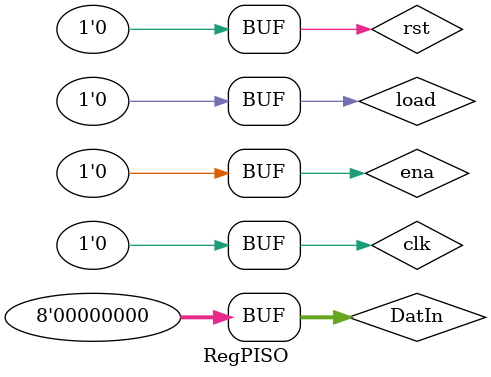
<source format=v>
`timescale 1ns / 1ps


module RegPISO;

	// Inputs
	reg clk;
	reg rst;
	reg ena;
	reg load;
	reg [7:0] DatIn;

	// Outputs
	wire DatOut;

	// Instantiate the Unit Under Test (UUT)
	ShiftRegPISOIzq uut (
		.clk(clk), 
		.rst(rst), 
		.ena(ena), 
		.load(load), 
		.DatIn(DatIn), 
		.DatOut(DatOut)
	);

	initial begin
		// Initialize Inputs
		clk = 0;
		rst = 0;
		ena = 0;
		load = 0;
		DatIn = 0;

		// Wait 100 ns for global reset to finish
		#100;
        
		// Add stimulus here

	end
      
endmodule


</source>
